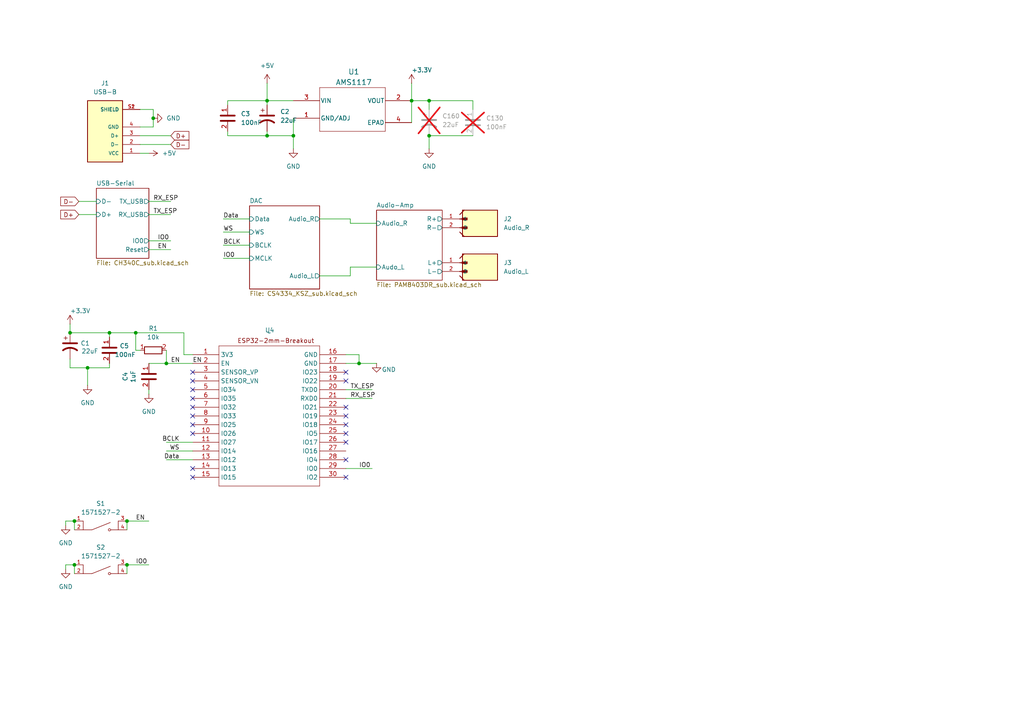
<source format=kicad_sch>
(kicad_sch (version 20231120) (generator "eeschema") (generator_version "8.0")
  (paper "A4")
  (lib_symbols
    (symbol "Device:C_Polarized_US" (pin_numbers hide) (pin_names (offset 0.254) hide)
      (property "Reference" "C" (at 0.635 2.54 0))
      (property "Value" "C_Polarized_US" (at 0.635 -2.54 0))
      (symbol "C_Polarized_US_0_1"
        (polyline (pts (xy -2.032 0.762) (xy 2.032 0.762)) (stroke (width 0.508)))
        (polyline (pts (xy -1.778 2.286) (xy -0.762 2.286)))
        (polyline (pts (xy -1.27 1.778) (xy -1.27 2.794)))
        (arc (start 2.032 -1.27) (mid 0 -0.5572) (end -2.032 -1.27) (stroke (width 0.508)))
      )
      (symbol "C_Polarized_US_1_1"
        (pin passive line (at 0 3.81 270) (length 2.794) (name "~") (number "1"))
        (pin passive line (at 0 -3.81 90) (length 3.302) (name "~") (number "2"))
      )
    )
    (symbol "PVA_board:1571527-2" (pin_names (offset 1.016))
      (property "Reference" "S" (at -2.54 1.27 0))
      (property "Value" "1571527-2" (at -4.826 -2.54 0))
      (symbol "1571527-2_0_0"
        (polyline (pts (xy -2.54 -1.27) (xy -5.08 -1.27)) (stroke (width 0.1524)))
        (polyline (pts (xy -2.54 -1.27) (xy 2.794 0.8636)) (stroke (width 0.1524)))
        (polyline (pts (xy 5.08 -1.27) (xy 2.921 -1.27)) (stroke (width 0.1524)))
        (circle (center 2.54 -1.27) (radius 0.3302) (stroke (width 0.1524)))
        (pin passive line (at -7.62 1.27 0) (length 2.54) (name "~") (number "1"))
        (pin passive line (at -7.62 -1.27 0) (length 2.54) (name "~") (number "2"))
        (pin passive line (at 7.62 1.27 180) (length 2.54) (name "~") (number "3"))
        (pin passive line (at 7.62 -1.27 180) (length 2.54) (name "~") (number "4"))
      )
      (symbol "1571527-2_0_1"
        (polyline (pts (xy -5.08 1.27) (xy -5.08 -1.27)))
        (polyline (pts (xy 5.08 1.27) (xy 5.08 -1.27)))
      )
    )
    (symbol "PVA_board:AMS1117" (pin_names (offset 0.254))
      (property "Reference" "U" (at -0.508 9.652 0))
      (property "Value" "AMS1117" (at -0.508 7.112 0))
      (symbol "AMS1117_0_1"
        (polyline (pts (xy -10.16 -7.62) (xy 8.89 -7.62)) (stroke (width 0.127)))
        (polyline (pts (xy -10.16 5.08) (xy -10.16 -7.62)) (stroke (width 0.127)))
        (polyline (pts (xy 8.89 -7.62) (xy 8.89 5.08)) (stroke (width 0.127)))
        (polyline (pts (xy 8.89 5.08) (xy -10.16 5.08)) (stroke (width 0.127)))
        (pin output line (at 16.51 1.27 180) (length 7.62) (name "VOUT") (number "2"))
        (pin input line (at -17.78 1.27 0) (length 7.62) (name "VIN") (number "3"))
        (pin power_in line (at 16.51 -5.08 180) (length 7.62) (name "EPAD") (number "4"))
      )
      (symbol "AMS1117_1_1"
        (pin power_out line (at -17.78 -3.81 0) (length 7.62) (name "GND/ADJ") (number "1"))
      )
    )
    (symbol "PVA_board:B2B-PH" (pin_names (offset 1.016))
      (property "Reference" "J" (at -5.58 5.08 0))
      (property "Value" "B2B-PH" (at -3.048 -4.572 0))
      (symbol "B2B-PH_0_0"
        (rectangle (start -4.445 -0.3175) (end -2.8575 0.3175) (stroke (width 0.1)) (fill (type outline)))
        (rectangle (start -4.445 2.2225) (end -2.8575 2.8575) (stroke (width 0.1)) (fill (type outline)))
        (rectangle (start -4.2863 -2.54) (end 5.8738 5.08) (stroke (width 0.254)) (fill (type background)))
        (polyline (pts (xy -5.08 -1.27) (xy -3.81 -2.54)) (stroke (width 0.254)))
        (polyline (pts (xy -5.08 0) (xy -3.175 0)) (stroke (width 0.254)))
        (polyline (pts (xy -5.08 2.54) (xy -3.175 2.54)) (stroke (width 0.254)))
        (polyline (pts (xy -5.08 3.81) (xy -3.81 5.08)) (stroke (width 0.254)))
        (pin passive line (at -10.16 2.54 0) (length 5.08) (name "1") (number "1"))
        (pin passive line (at -10.16 0 0) (length 5.08) (name "2") (number "2"))
      )
    )
    (symbol "PVA_board:C"
      (property "Reference" "C" (at 0 0 0))
      (symbol "C_0_1"
        (polyline (pts (xy -0.762 3.048) (xy -0.762 7.112)) (stroke (width 0.508)))
        (polyline (pts (xy 0.762 3.048) (xy 0.762 7.112)) (stroke (width 0.508)))
      )
      (symbol "C_1_1"
        (pin passive line (at -3.81 5.08 0) (length 2.794) (name "~") (number "1"))
        (pin passive line (at 3.81 5.08 180) (length 2.794) (name "~") (number "2"))
      )
    )
    (symbol "PVA_board:ESP32_breakout_2mm"
      (property "Reference" "U" (at 0 2.286 0))
      (symbol "ESP32_breakout_2mm_0_1"
        (polyline (pts (xy -15.24 -41.91) (xy 13.97 -41.91)) (stroke (width 0.127)))
        (polyline (pts (xy -15.24 -1.27) (xy -15.24 -41.91)) (stroke (width 0.127)))
        (polyline (pts (xy 13.97 -41.91) (xy 13.97 -1.27)) (stroke (width 0.127)))
        (polyline (pts (xy 13.97 -1.27) (xy -15.24 -1.27)) (stroke (width 0.127)))
        (pin bidirectional line (at 21.59 -31.75 180) (length 7.62) (name "IO16") (number "27"))
      )
      (symbol "ESP32_breakout_2mm_1_1"
        (text "ESP32-2mm-Breakout\n" (at 1.27 0.254 0) (effects (font (size 1.27 1.27))))
        (pin power_in line (at -22.86 -3.81 0) (length 7.62) (name "3V3") (number "1"))
        (pin bidirectional line (at -22.86 -26.67 0) (length 7.62) (name "IO26") (number "10"))
        (pin bidirectional line (at -22.86 -29.21 0) (length 7.62) (name "IO27") (number "11"))
        (pin bidirectional line (at -22.86 -31.75 0) (length 7.62) (name "IO14") (number "12"))
        (pin bidirectional line (at -22.86 -34.29 0) (length 7.62) (name "IO12") (number "13"))
        (pin bidirectional line (at -22.86 -36.83 0) (length 7.62) (name "IO13") (number "14"))
        (pin bidirectional line (at -22.86 -39.37 0) (length 7.62) (name "IO15") (number "15"))
        (pin power_out line (at 21.59 -3.81 180) (length 7.62) (name "GND") (number "16"))
        (pin power_out line (at 21.59 -6.35 180) (length 7.62) (name "GND") (number "17"))
        (pin bidirectional line (at 21.59 -8.89 180) (length 7.62) (name "IO23") (number "18"))
        (pin bidirectional line (at 21.59 -11.43 180) (length 7.62) (name "IO22") (number "19"))
        (pin input line (at -22.86 -6.35 0) (length 7.62) (name "EN") (number "2"))
        (pin bidirectional line (at 21.59 -13.97 180) (length 7.62) (name "TXD0") (number "20"))
        (pin bidirectional line (at 21.59 -16.51 180) (length 7.62) (name "RXD0") (number "21"))
        (pin bidirectional line (at 21.59 -19.05 180) (length 7.62) (name "IO21") (number "22"))
        (pin bidirectional line (at 21.59 -21.59 180) (length 7.62) (name "IO19") (number "23"))
        (pin bidirectional line (at 21.59 -24.13 180) (length 7.62) (name "IO18") (number "24"))
        (pin bidirectional line (at 21.59 -26.67 180) (length 7.62) (name "IO5") (number "25"))
        (pin bidirectional line (at 21.59 -29.21 180) (length 7.62) (name "IO17") (number "26"))
        (pin bidirectional line (at 21.59 -34.29 180) (length 7.62) (name "IO4") (number "28"))
        (pin bidirectional line (at 21.59 -36.83 180) (length 7.62) (name "IO0") (number "29"))
        (pin input line (at -22.86 -8.89 0) (length 7.62) (name "SENSOR_VP") (number "3"))
        (pin bidirectional line (at 21.59 -39.37 180) (length 7.62) (name "IO2") (number "30"))
        (pin input line (at -22.86 -11.43 0) (length 7.62) (name "SENSOR_VN") (number "4"))
        (pin input line (at -22.86 -13.97 0) (length 7.62) (name "IO34") (number "5"))
        (pin input line (at -22.86 -16.51 0) (length 7.62) (name "IO35") (number "6"))
        (pin bidirectional line (at -22.86 -19.05 0) (length 7.62) (name "IO32") (number "7"))
        (pin bidirectional line (at -22.86 -21.59 0) (length 7.62) (name "IO33") (number "8"))
        (pin bidirectional line (at -22.86 -24.13 0) (length 7.62) (name "IO25") (number "9"))
      )
    )
    (symbol "PVA_board:R"
      (property "Reference" "R" (at 0 0 0))
      (symbol "R_0_1"
        (rectangle (start 2.54 1.524) (end -2.54 3.556) (stroke (width 0.254)))
      )
      (symbol "R_1_1"
        (pin passive line (at -3.81 2.54 0) (length 1.27) (name "~") (number "1"))
        (pin passive line (at 3.81 2.54 180) (length 1.27) (name "~") (number "2"))
      )
    )
    (symbol "PVA_board:USB-B" (pin_names (offset 1.016))
      (property "Reference" "J" (at -5.08 8.89 0))
      (property "Value" "USB-B" (at -5.08 -12.7 0))
      (symbol "USB-B_0_0"
        (rectangle (start -5.08 7.62) (end 5.08 -10.16) (stroke (width 0.254)) (fill (type background)))
        (pin power_in line (at -10.16 5.08 0) (length 5.08) (name "VCC") (number "1"))
        (pin bidirectional line (at -10.16 2.54 0) (length 5.08) (name "D-") (number "2"))
        (pin bidirectional line (at -10.16 0 0) (length 5.08) (name "D+") (number "3"))
        (pin power_in line (at -10.16 -2.54 0) (length 5.08) (name "GND") (number "4"))
        (pin passive line (at -10.16 -7.62 0) (length 5.08) (name "SHIELD") (number "S1"))
        (pin passive line (at -10.16 -7.62 0) (length 5.08) (name "SHIELD") (number "S2"))
      )
    )
    (symbol "power:+3.3V" (power) (pin_numbers hide) (pin_names (offset 0) hide)
      (property "Value" "+3.3V" (at 0 3.556 0))
      (symbol "+3.3V_0_1"
        (polyline (pts (xy -0.762 1.27) (xy 0 2.54)))
        (polyline (pts (xy 0 0) (xy 0 2.54)))
        (polyline (pts (xy 0 2.54) (xy 0.762 1.27)))
      )
      (symbol "+3.3V_1_1"
        (pin power_in line (at 0 0 90) (length 0) (name "~") (number "1"))
      )
    )
    (symbol "power:+5V" (power) (pin_numbers hide) (pin_names (offset 0) hide)
      (property "Value" "+5V" (at 0 3.556 0))
      (symbol "+5V_0_1"
        (polyline (pts (xy -0.762 1.27) (xy 0 2.54)))
        (polyline (pts (xy 0 0) (xy 0 2.54)))
        (polyline (pts (xy 0 2.54) (xy 0.762 1.27)))
      )
      (symbol "+5V_1_1"
        (pin power_in line (at 0 0 90) (length 0) (name "~") (number "1"))
      )
    )
    (symbol "power:GND" (power) (pin_numbers hide) (pin_names (offset 0) hide)
      (property "Value" "GND" (at 0 -3.81 0))
      (symbol "GND_0_1"
        (polyline (pts (xy 0 0) (xy 0 -1.27) (xy 1.27 -1.27) (xy 0 -2.54) (xy -1.27 -1.27) (xy 0 -1.27)))
      )
      (symbol "GND_1_1"
        (pin power_in line (at 0 0 270) (length 0) (name "~") (number "1"))
      )
    )
  )
  (junction (at 77.47 39.37))
  (junction (at 44.45 34.29))
  (junction (at 124.46 39.37))
  (junction (at 36.83 151.13))
  (junction (at 124.46 29.21))
  (junction (at 36.83 163.83))
  (junction (at 119.38 29.21))
  (junction (at 31.75 96.52))
  (junction (at 104.14 105.41))
  (junction (at 21.59 163.83))
  (junction (at 48.26 105.41))
  (junction (at 77.47 29.21))
  (junction (at 20.32 96.52))
  (junction (at 39.37 96.52))
  (junction (at 21.59 151.13))
  (junction (at 25.4 106.68))
  (junction (at 85.09 39.37))
  (no_connect (at 100.33 110.49))
  (no_connect (at 55.88 123.19))
  (no_connect (at 100.33 133.35))
  (no_connect (at 55.88 113.03))
  (no_connect (at 100.33 118.11))
  (no_connect (at 55.88 115.57))
  (no_connect (at 55.88 125.73))
  (no_connect (at 55.88 120.65))
  (no_connect (at 55.88 107.95))
  (no_connect (at 55.88 110.49))
  (no_connect (at 100.33 123.19))
  (no_connect (at 55.88 138.43))
  (no_connect (at 100.33 128.27))
  (no_connect (at 100.33 107.95))
  (no_connect (at 100.33 120.65))
  (no_connect (at 55.88 118.11))
  (no_connect (at 100.33 138.43))
  (no_connect (at 100.33 125.73))
  (no_connect (at 55.88 135.89))
  (wire (pts (xy 20.32 104.14) (xy 20.32 106.68)))
  (wire (pts (xy 92.71 80.01) (xy 101.6 80.01)))
  (wire (pts (xy 104.14 105.41) (xy 100.33 105.41)))
  (wire (pts (xy 25.4 106.68) (xy 25.4 111.76)))
  (wire (pts (xy 40.64 41.91) (xy 49.53 41.91)))
  (wire (pts (xy 101.6 77.47) (xy 109.22 77.47)))
  (wire (pts (xy 40.64 36.83) (xy 44.45 36.83)))
  (wire (pts (xy 64.77 63.5) (xy 72.39 63.5)))
  (wire (pts (xy 31.75 106.68) (xy 25.4 106.68)))
  (wire (pts (xy 36.83 163.83) (xy 43.18 163.83)))
  (wire (pts (xy 55.88 128.27) (xy 48.26 128.27)))
  (wire (pts (xy 100.33 135.89) (xy 107.95 135.89)))
  (wire (pts (xy 119.38 24.13) (xy 119.38 29.21)))
  (wire (pts (xy 53.34 96.52) (xy 39.37 96.52)))
  (wire (pts (xy 124.46 39.37) (xy 137.16 39.37)))
  (wire (pts (xy 66.04 29.21) (xy 77.47 29.21)))
  (wire (pts (xy 77.47 29.21) (xy 85.09 29.21)))
  (wire (pts (xy 77.47 30.48) (xy 77.47 29.21)))
  (wire (pts (xy 66.04 39.37) (xy 77.47 39.37)))
  (wire (pts (xy 55.88 133.35) (xy 48.26 133.35)))
  (wire (pts (xy 44.45 31.75) (xy 44.45 34.29)))
  (wire (pts (xy 43.18 58.42) (xy 49.53 58.42)))
  (wire (pts (xy 43.18 113.03) (xy 43.18 114.3)))
  (wire (pts (xy 64.77 67.31) (xy 72.39 67.31)))
  (wire (pts (xy 124.46 43.18) (xy 124.46 39.37)))
  (wire (pts (xy 21.59 163.83) (xy 19.05 163.83)))
  (wire (pts (xy 21.59 151.13) (xy 19.05 151.13)))
  (wire (pts (xy 19.05 163.83) (xy 19.05 165.1)))
  (wire (pts (xy 77.47 24.13) (xy 77.47 29.21)))
  (wire (pts (xy 31.75 96.52) (xy 39.37 96.52)))
  (wire (pts (xy 77.47 39.37) (xy 85.09 39.37)))
  (wire (pts (xy 124.46 29.21) (xy 124.46 31.75)))
  (wire (pts (xy 21.59 151.13) (xy 21.59 153.67)))
  (wire (pts (xy 64.77 71.12) (xy 72.39 71.12)))
  (wire (pts (xy 100.33 115.57) (xy 107.95 115.57)))
  (wire (pts (xy 92.71 63.5) (xy 101.6 63.5)))
  (wire (pts (xy 124.46 29.21) (xy 137.16 29.21)))
  (wire (pts (xy 21.59 163.83) (xy 21.59 166.37)))
  (wire (pts (xy 40.64 31.75) (xy 44.45 31.75)))
  (wire (pts (xy 55.88 102.87) (xy 53.34 102.87)))
  (wire (pts (xy 109.22 105.41) (xy 104.14 105.41)))
  (wire (pts (xy 85.09 39.37) (xy 85.09 34.29)))
  (wire (pts (xy 36.83 151.13) (xy 43.18 151.13)))
  (wire (pts (xy 48.26 105.41) (xy 55.88 105.41)))
  (wire (pts (xy 48.26 101.6) (xy 48.26 105.41)))
  (wire (pts (xy 66.04 38.1) (xy 66.04 39.37)))
  (wire (pts (xy 40.64 39.37) (xy 49.53 39.37)))
  (wire (pts (xy 64.77 74.93) (xy 72.39 74.93)))
  (wire (pts (xy 31.75 97.79) (xy 31.75 96.52)))
  (wire (pts (xy 36.83 163.83) (xy 36.83 166.37)))
  (wire (pts (xy 77.47 38.1) (xy 77.47 39.37)))
  (wire (pts (xy 104.14 102.87) (xy 104.14 105.41)))
  (wire (pts (xy 31.75 105.41) (xy 31.75 106.68)))
  (wire (pts (xy 119.38 29.21) (xy 119.38 35.56)))
  (wire (pts (xy 101.6 63.5) (xy 101.6 64.77)))
  (wire (pts (xy 100.33 102.87) (xy 104.14 102.87)))
  (wire (pts (xy 137.16 29.21) (xy 137.16 31.75)))
  (wire (pts (xy 20.32 93.98) (xy 20.32 96.52)))
  (wire (pts (xy 20.32 96.52) (xy 31.75 96.52)))
  (wire (pts (xy 40.64 44.45) (xy 43.18 44.45)))
  (wire (pts (xy 101.6 64.77) (xy 109.22 64.77)))
  (wire (pts (xy 66.04 29.21) (xy 66.04 30.48)))
  (wire (pts (xy 43.18 105.41) (xy 48.26 105.41)))
  (wire (pts (xy 20.32 106.68) (xy 25.4 106.68)))
  (wire (pts (xy 100.33 113.03) (xy 107.95 113.03)))
  (wire (pts (xy 124.46 29.21) (xy 119.38 29.21)))
  (wire (pts (xy 43.18 62.23) (xy 49.53 62.23)))
  (wire (pts (xy 85.09 43.18) (xy 85.09 39.37)))
  (wire (pts (xy 39.37 101.6) (xy 39.37 96.52)))
  (wire (pts (xy 53.34 96.52) (xy 53.34 102.87)))
  (wire (pts (xy 22.86 58.42) (xy 27.94 58.42)))
  (wire (pts (xy 43.18 69.85) (xy 49.53 69.85)))
  (wire (pts (xy 101.6 80.01) (xy 101.6 77.47)))
  (wire (pts (xy 36.83 151.13) (xy 36.83 153.67)))
  (wire (pts (xy 55.88 130.81) (xy 48.26 130.81)))
  (wire (pts (xy 22.86 62.23) (xy 27.94 62.23)))
  (wire (pts (xy 43.18 72.39) (xy 49.53 72.39)))
  (wire (pts (xy 40.64 101.6) (xy 39.37 101.6)))
  (wire (pts (xy 19.05 151.13) (xy 19.05 152.4)))
  (wire (pts (xy 44.45 36.83) (xy 44.45 34.29)))
  (label "TX_ESP" (at 101.6 113.03 0))
  (label "IO0" (at 64.77 74.93 0))
  (label "IO0" (at 104.14 135.89 0))
  (label "EN" (at 39.37 151.13 0))
  (label "EN" (at 45.72 72.39 0))
  (label "BCLK" (at 64.77 71.12 0))
  (label "IO0" (at 39.37 163.83 0))
  (label "TX_ESP" (at 44.45 62.23 0))
  (label "RX_ESP" (at 44.45 58.42 0))
  (label "IO0" (at 45.72 69.85 0))
  (label "EN" (at 55.88 105.41 0))
  (label "RX_ESP" (at 101.6 115.57 0))
  (label "Data" (at 64.77 63.5 0))
  (label "EN" (at 49.53 105.41 0))
  (label "BCLK" (at 52.07 128.27 180))
  (label "WS" (at 64.77 67.31 0))
  (label "Data" (at 52.07 133.35 180))
  (label "WS" (at 52.07 130.81 180))
  (global_label "D+" (shape input) (at 22.86 62.23 180) (property "Intersheetrefs" "${INTERSHEET_REFS}" (effects (hide yes))))
  (global_label "D+" (shape input) (at 49.53 39.37 0) (property "Intersheetrefs" "${INTERSHEET_REFS}" (effects (hide yes))))
  (global_label "D-" (shape input) (at 49.53 41.91 0) (property "Intersheetrefs" "${INTERSHEET_REFS}" (effects (hide yes))))
  (global_label "D-" (shape input) (at 22.86 58.42 180) (property "Intersheetrefs" "${INTERSHEET_REFS}" (effects (hide yes))))
  (symbol (lib_id "Device:C_Polarized_US") (at 20.32 100.33 0) (unit 1)
    (property "Reference" "C1" (at 23.368 99.568 0) (effects (justify left)))
    (property "Value" "22uF" (at 23.622 101.854 0) (effects (justify left)))
    (property "Footprint" "PVA_board:CP_Elec_6.3x5.4" (effects (hide yes)))
    (property "Description" "Polarized capacitor, US symbol" (effects (hide yes)))
  )
  (symbol (lib_id "PVA_board:C") (at 38.1 109.22 270) (unit 1)
    (property "Reference" "C4" (at 36.322 109.22 0))
    (property "Value" "1uF" (at 38.608 109.22 0))
    (property "Footprint" "PVA_board:C-0805" (effects (hide yes)))
  )
  (symbol (lib_id "PVA_board:R") (at 44.45 104.14 0) (unit 1)
    (property "Reference" "R1" (at 44.45 95.25 0))
    (property "Value" "10k" (at 44.45 97.79 0))
    (property "Footprint" "PVA_board:R-0805" (effects (hide yes)))
  )
  (symbol (lib_id "power:GND") (at 43.18 114.3 0) (unit 1)
    (property "Reference" "#PWR034" (effects (hide yes)))
    (property "Value" "GND" (at 43.18 119.38 0))
    (property "Description" "Power symbol creates a global label with name \"GND\" , ground" (effects (hide yes)))
  )
  (symbol (lib_id "PVA_board:ESP32_breakout_2mm") (at 78.74 99.06 0) (unit 1)
    (property "Reference" "U4" (at 78.232 95.758 0))
    (property "Value" "~" (at 78.105 96.52 0))
    (property "Footprint" "PVA_board:2mm_2row_esp32_breakout" (effects (hide yes)))
  )
  (symbol (lib_id "power:GND") (at 25.4 111.76 0) (unit 1)
    (property "Reference" "#PWR010" (effects (hide yes)))
    (property "Value" "GND" (at 25.4 116.84 0))
    (property "Description" "Power symbol creates a global label with name \"GND\" , ground" (effects (hide yes)))
  )
  (symbol (lib_id "power:+3.3V") (at 119.38 24.13 0) (unit 1)
    (property "Reference" "#PWR02" (effects (hide yes)))
    (property "Value" "+3.3V" (at 119.3801 20.32 0) (effects (justify left)))
    (property "Description" "Power symbol creates a global label with name \"+3.3V\"" (effects (hide yes)))
  )
  (symbol (lib_id "PVA_board:USB-B") (at 30.48 39.37 180) (unit 1)
    (property "Reference" "J1" (at 30.48 24.13 0))
    (property "Value" "USB-B" (at 30.48 26.67 0))
    (property "Footprint" "PVA_board:SAMTEC_USB-B-S-X-X-TH" (effects (hide yes)))
  )
  (symbol (lib_id "power:GND") (at 85.09 43.18 0) (unit 1)
    (property "Reference" "#PWR08" (effects (hide yes)))
    (property "Value" "GND" (at 85.09 48.26 0))
    (property "Description" "Power symbol creates a global label with name \"GND\" , ground" (effects (hide yes)))
  )
  (symbol (lib_id "PVA_board:B2B-PH") (at 138.43 66.04 0) (unit 1)
    (property "Reference" "J2" (at 146.05 63.4999 0) (effects (justify left)))
    (property "Value" "Audio_R" (at 146.05 66.0399 0) (effects (justify left)))
    (property "Footprint" "PVA_board:JST_B2B-PH" (effects (hide yes)))
  )
  (symbol (lib_id "power:+3.3V") (at 20.32 93.98 0) (unit 1)
    (property "Reference" "#PWR031" (effects (hide yes)))
    (property "Value" "+3.3V" (at 20.3201 90.17 0) (effects (justify left)))
    (property "Description" "Power symbol creates a global label with name \"+3.3V\"" (effects (hide yes)))
  )
  (symbol (lib_id "power:+5V") (at 77.47 24.13 0) (unit 1)
    (property "Reference" "#PWR09" (effects (hide yes)))
    (property "Value" "+5V" (at 77.47 19.05 0))
    (property "Description" "Power symbol creates a global label with name \"+5V\"" (effects (hide yes)))
  )
  (symbol (lib_id "power:GND") (at 109.22 105.41 0) (unit 1)
    (property "Reference" "#PWR032" (effects (hide yes)))
    (property "Value" "GND" (at 112.776 107.188 0))
    (property "Description" "Power symbol creates a global label with name \"GND\" , ground" (effects (hide yes)))
  )
  (symbol (lib_id "PVA_board:B2B-PH") (at 138.43 78.74 0) (unit 1)
    (property "Reference" "J3" (at 146.05 76.1999 0) (effects (justify left)))
    (property "Value" "Audio_L" (at 146.05 78.7399 0) (effects (justify left)))
    (property "Footprint" "PVA_board:JST_B2B-PH" (effects (hide yes)))
  )
  (symbol (lib_id "power:GND") (at 19.05 152.4 0) (unit 1)
    (property "Reference" "#PWR036" (effects (hide yes)))
    (property "Value" "GND" (at 19.05 157.48 0))
    (property "Description" "Power symbol creates a global label with name \"GND\" , ground" (effects (hide yes)))
  )
  (symbol (lib_id "PVA_board:1571527-2") (at 29.21 152.4 0) (unit 1)
    (property "Reference" "S1" (at 29.21 146.05 0))
    (property "Value" "1571527-2" (at 29.21 148.59 0))
    (property "Footprint" "PVA_board:SW_4pin_SMD" (effects (hide yes)))
  )
  (symbol (lib_id "power:GND") (at 19.05 165.1 0) (unit 1)
    (property "Reference" "#PWR035" (effects (hide yes)))
    (property "Value" "GND" (at 19.05 170.18 0))
    (property "Description" "Power symbol creates a global label with name \"GND\" , ground" (effects (hide yes)))
  )
  (symbol (lib_id "PVA_board:C") (at 26.67 101.6 270) (unit 1)
    (property "Reference" "C5" (at 36.068 100.33 90))
    (property "Value" "100nF" (at 36.322 102.87 90))
    (property "Footprint" "PVA_board:C-0805" (effects (hide yes)))
  )
  (symbol (lib_id "PVA_board:C") (at 60.96 34.29 270) (unit 1)
    (property "Reference" "C3" (at 69.85 33.0199 90) (effects (justify left)))
    (property "Value" "100nF" (at 69.85 35.5599 90) (effects (justify left)))
    (property "Footprint" "PVA_board:C-0805" (effects (hide yes)))
  )
  (symbol (lib_id "power:GND") (at 44.45 34.29 90) (unit 1)
    (property "Reference" "#PWR03" (effects (hide yes)))
    (property "Value" "GND" (at 48.26 34.2899 90) (effects (justify right)))
    (property "Description" "Power symbol creates a global label with name \"GND\" , ground" (effects (hide yes)))
  )
  (symbol (lib_id "PVA_board:C") (at 132.08 35.56 270) (unit 1) (on_board no) (dnp yes)
    (property "Reference" "C130" (at 140.97 34.2899 90) (effects (justify left)))
    (property "Value" "100nF" (at 140.97 36.8299 90) (effects (justify left)))
    (property "Footprint" "PVA_board:C-0805" (effects (hide yes)))
  )
  (symbol (lib_id "PVA_board:AMS1117") (at 102.87 30.48 0) (unit 1)
    (property "Reference" "U1" (at 102.616 20.828 0) (effects (font (size 1.524 1.524))))
    (property "Value" "AMS1117" (at 102.616 23.876 0) (effects (font (size 1.524 1.524))))
    (property "Footprint" "PVA_board:SOT_AMS_ADS-M" (effects (hide yes)))
    (property "Datasheet" "AMS1117" (effects (hide yes)))
  )
  (symbol (lib_id "PVA_board:1571527-2") (at 29.21 165.1 0) (unit 1)
    (property "Reference" "S2" (at 29.21 158.75 0))
    (property "Value" "1571527-2" (at 29.21 161.29 0))
    (property "Footprint" "PVA_board:SW_4pin_SMD" (effects (hide yes)))
  )
  (symbol (lib_id "Device:C_Polarized_US") (at 124.46 35.56 0) (unit 1) (on_board no) (dnp yes)
    (property "Reference" "C160" (at 128.27 33.6549 0) (effects (justify left)))
    (property "Value" "22uF" (at 128.27 36.1949 0) (effects (justify left)))
    (property "Footprint" "Capacitor_SMD:CP_Elec_6.3x5.4" (effects (hide yes)))
    (property "Description" "Polarized capacitor, US symbol" (effects (hide yes)))
  )
  (symbol (lib_id "Device:C_Polarized_US") (at 77.47 34.29 0) (unit 1)
    (property "Reference" "C2" (at 81.28 32.3849 0) (effects (justify left)))
    (property "Value" "22uF" (at 81.28 34.9249 0) (effects (justify left)))
    (property "Footprint" "PVA_board:CP_Elec_6.3x5.4" (effects (hide yes)))
    (property "Description" "Polarized capacitor, US symbol" (effects (hide yes)))
  )
  (symbol (lib_id "power:+5V") (at 43.18 44.45 270) (unit 1)
    (property "Reference" "#PWR01" (effects (hide yes)))
    (property "Value" "+5V" (at 46.99 44.4499 90) (effects (justify left)))
    (property "Description" "Power symbol creates a global label with name \"+5V\"" (effects (hide yes)))
  )
  (symbol (lib_id "power:GND") (at 124.46 43.18 0) (unit 1)
    (property "Reference" "#PWR033" (effects (hide yes)))
    (property "Value" "GND" (at 124.46 48.26 0))
    (property "Description" "Power symbol creates a global label with name \"GND\" , ground" (effects (hide yes)))
  )
  (sheet (at 27.94 54.61) (size 15.24 20.32) (stroke (width 0.1524))
    (property "Sheetname" "USB-Serial" (at 27.94 53.8984 0) (effects (justify left bottom)))
    (property "Sheetfile" "CH340C_sub.kicad_sch" (at 27.94 75.5146 0) (effects (justify left top)))
    (pin "D-" input (at 27.94 58.42 180))
    (pin "D+" input (at 27.94 62.23 180))
    (pin "Reset" output (at 43.18 72.39 0))
    (pin "IO0" output (at 43.18 69.85 0))
    (pin "TX_USB" output (at 43.18 58.42 0))
    (pin "RX_USB" output (at 43.18 62.23 0))
  )
  (sheet (at 72.39 59.69) (size 20.32 24.13) (stroke (width 0.1524))
    (property "Sheetname" "DAC" (at 72.39 58.9784 0) (effects (justify left bottom)))
    (property "Sheetfile" "CS4334_KSZ_sub.kicad_sch" (at 72.39 84.4046 0) (effects (justify left top)))
    (pin "Audio_L" output (at 92.71 80.01 0))
    (pin "Audio_R" output (at 92.71 63.5 0))
    (pin "Data" input (at 72.39 63.5 180))
    (pin "WS" input (at 72.39 67.31 180))
    (pin "MCLK" input (at 72.39 74.93 180))
    (pin "BCLK" input (at 72.39 71.12 180))
  )
  (sheet (at 109.22 60.96) (size 19.05 20.32) (stroke (width 0.1524))
    (property "Sheetname" "Audio-Amp" (at 109.22 60.2484 0) (effects (justify left bottom)))
    (property "Sheetfile" "PAM8403DR_sub.kicad_sch" (at 109.22 81.8646 0) (effects (justify left top)))
    (pin "R-" output (at 128.27 66.04 0))
    (pin "R+" output (at 128.27 63.5 0))
    (pin "Audio_R" input (at 109.22 64.77 180))
    (pin "L+" output (at 128.27 76.2 0))
    (pin "L-" output (at 128.27 78.74 0))
    (pin "Audo_L" input (at 109.22 77.47 180))
  )
)
</source>
